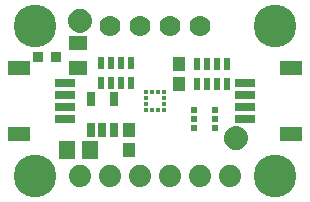
<source format=gbr>
G04 EAGLE Gerber RS-274X export*
G75*
%MOMM*%
%FSLAX34Y34*%
%LPD*%
%INSoldermask Top*%
%IPPOS*%
%AMOC8*
5,1,8,0,0,1.08239X$1,22.5*%
G01*
%ADD10R,1.341600X1.601600*%
%ADD11R,0.651600X1.301600*%
%ADD12R,1.601600X1.301600*%
%ADD13R,1.101600X1.176600*%
%ADD14R,0.551600X1.001600*%
%ADD15R,0.601600X0.601600*%
%ADD16R,0.601600X0.501600*%
%ADD17C,1.879600*%
%ADD18C,3.617600*%
%ADD19R,1.651600X0.701600*%
%ADD20R,1.901600X1.301600*%
%ADD21C,1.101600*%
%ADD22C,0.500000*%
%ADD23R,0.901600X0.901600*%
%ADD24R,0.376600X0.351600*%
%ADD25R,0.351600X0.376600*%
%ADD26C,1.778000*%


D10*
X71730Y46990D03*
X52730Y46990D03*
D11*
X73050Y64469D03*
X82550Y64469D03*
X92050Y64469D03*
X92050Y90471D03*
X73050Y90471D03*
D12*
X62230Y116500D03*
X62230Y137500D03*
D13*
X147320Y103260D03*
X147320Y120260D03*
D14*
X188260Y103260D03*
X188260Y120260D03*
X179260Y103260D03*
X171260Y103260D03*
X162260Y103260D03*
X162260Y120260D03*
X179260Y120260D03*
X171260Y120260D03*
D15*
X177910Y66160D03*
D16*
X177910Y73660D03*
D15*
X177910Y81160D03*
X159910Y81160D03*
D16*
X159910Y73660D03*
D15*
X159910Y66160D03*
D17*
X63500Y25400D03*
X88900Y25400D03*
X114300Y25400D03*
X139700Y25400D03*
X165100Y25400D03*
X190500Y25400D03*
D18*
X25400Y152400D03*
X228600Y152400D03*
D19*
X203460Y83900D03*
X203460Y93900D03*
X203460Y73900D03*
X203460Y103900D03*
D20*
X242460Y60900D03*
X242460Y116900D03*
D19*
X50540Y93900D03*
X50540Y83900D03*
X50540Y103900D03*
X50540Y73900D03*
D20*
X11540Y116900D03*
X11540Y60900D03*
D21*
X195580Y57277D03*
D22*
X195580Y64777D02*
X195399Y64775D01*
X195218Y64768D01*
X195037Y64757D01*
X194856Y64742D01*
X194676Y64722D01*
X194496Y64698D01*
X194317Y64670D01*
X194139Y64637D01*
X193962Y64600D01*
X193785Y64559D01*
X193610Y64514D01*
X193435Y64464D01*
X193262Y64410D01*
X193091Y64352D01*
X192920Y64290D01*
X192752Y64223D01*
X192585Y64153D01*
X192419Y64079D01*
X192256Y64000D01*
X192095Y63918D01*
X191935Y63832D01*
X191778Y63742D01*
X191623Y63648D01*
X191470Y63551D01*
X191320Y63449D01*
X191172Y63345D01*
X191026Y63236D01*
X190884Y63125D01*
X190744Y63009D01*
X190607Y62891D01*
X190472Y62769D01*
X190341Y62644D01*
X190213Y62516D01*
X190088Y62385D01*
X189966Y62250D01*
X189848Y62113D01*
X189732Y61973D01*
X189621Y61831D01*
X189512Y61685D01*
X189408Y61537D01*
X189306Y61387D01*
X189209Y61234D01*
X189115Y61079D01*
X189025Y60922D01*
X188939Y60762D01*
X188857Y60601D01*
X188778Y60438D01*
X188704Y60272D01*
X188634Y60105D01*
X188567Y59937D01*
X188505Y59766D01*
X188447Y59595D01*
X188393Y59422D01*
X188343Y59247D01*
X188298Y59072D01*
X188257Y58895D01*
X188220Y58718D01*
X188187Y58540D01*
X188159Y58361D01*
X188135Y58181D01*
X188115Y58001D01*
X188100Y57820D01*
X188089Y57639D01*
X188082Y57458D01*
X188080Y57277D01*
X195580Y64777D02*
X195761Y64775D01*
X195942Y64768D01*
X196123Y64757D01*
X196304Y64742D01*
X196484Y64722D01*
X196664Y64698D01*
X196843Y64670D01*
X197021Y64637D01*
X197198Y64600D01*
X197375Y64559D01*
X197550Y64514D01*
X197725Y64464D01*
X197898Y64410D01*
X198069Y64352D01*
X198240Y64290D01*
X198408Y64223D01*
X198575Y64153D01*
X198741Y64079D01*
X198904Y64000D01*
X199065Y63918D01*
X199225Y63832D01*
X199382Y63742D01*
X199537Y63648D01*
X199690Y63551D01*
X199840Y63449D01*
X199988Y63345D01*
X200134Y63236D01*
X200276Y63125D01*
X200416Y63009D01*
X200553Y62891D01*
X200688Y62769D01*
X200819Y62644D01*
X200947Y62516D01*
X201072Y62385D01*
X201194Y62250D01*
X201312Y62113D01*
X201428Y61973D01*
X201539Y61831D01*
X201648Y61685D01*
X201752Y61537D01*
X201854Y61387D01*
X201951Y61234D01*
X202045Y61079D01*
X202135Y60922D01*
X202221Y60762D01*
X202303Y60601D01*
X202382Y60438D01*
X202456Y60272D01*
X202526Y60105D01*
X202593Y59937D01*
X202655Y59766D01*
X202713Y59595D01*
X202767Y59422D01*
X202817Y59247D01*
X202862Y59072D01*
X202903Y58895D01*
X202940Y58718D01*
X202973Y58540D01*
X203001Y58361D01*
X203025Y58181D01*
X203045Y58001D01*
X203060Y57820D01*
X203071Y57639D01*
X203078Y57458D01*
X203080Y57277D01*
X203078Y57096D01*
X203071Y56915D01*
X203060Y56734D01*
X203045Y56553D01*
X203025Y56373D01*
X203001Y56193D01*
X202973Y56014D01*
X202940Y55836D01*
X202903Y55659D01*
X202862Y55482D01*
X202817Y55307D01*
X202767Y55132D01*
X202713Y54959D01*
X202655Y54788D01*
X202593Y54617D01*
X202526Y54449D01*
X202456Y54282D01*
X202382Y54116D01*
X202303Y53953D01*
X202221Y53792D01*
X202135Y53632D01*
X202045Y53475D01*
X201951Y53320D01*
X201854Y53167D01*
X201752Y53017D01*
X201648Y52869D01*
X201539Y52723D01*
X201428Y52581D01*
X201312Y52441D01*
X201194Y52304D01*
X201072Y52169D01*
X200947Y52038D01*
X200819Y51910D01*
X200688Y51785D01*
X200553Y51663D01*
X200416Y51545D01*
X200276Y51429D01*
X200134Y51318D01*
X199988Y51209D01*
X199840Y51105D01*
X199690Y51003D01*
X199537Y50906D01*
X199382Y50812D01*
X199225Y50722D01*
X199065Y50636D01*
X198904Y50554D01*
X198741Y50475D01*
X198575Y50401D01*
X198408Y50331D01*
X198240Y50264D01*
X198069Y50202D01*
X197898Y50144D01*
X197725Y50090D01*
X197550Y50040D01*
X197375Y49995D01*
X197198Y49954D01*
X197021Y49917D01*
X196843Y49884D01*
X196664Y49856D01*
X196484Y49832D01*
X196304Y49812D01*
X196123Y49797D01*
X195942Y49786D01*
X195761Y49779D01*
X195580Y49777D01*
X195399Y49779D01*
X195218Y49786D01*
X195037Y49797D01*
X194856Y49812D01*
X194676Y49832D01*
X194496Y49856D01*
X194317Y49884D01*
X194139Y49917D01*
X193962Y49954D01*
X193785Y49995D01*
X193610Y50040D01*
X193435Y50090D01*
X193262Y50144D01*
X193091Y50202D01*
X192920Y50264D01*
X192752Y50331D01*
X192585Y50401D01*
X192419Y50475D01*
X192256Y50554D01*
X192095Y50636D01*
X191935Y50722D01*
X191778Y50812D01*
X191623Y50906D01*
X191470Y51003D01*
X191320Y51105D01*
X191172Y51209D01*
X191026Y51318D01*
X190884Y51429D01*
X190744Y51545D01*
X190607Y51663D01*
X190472Y51785D01*
X190341Y51910D01*
X190213Y52038D01*
X190088Y52169D01*
X189966Y52304D01*
X189848Y52441D01*
X189732Y52581D01*
X189621Y52723D01*
X189512Y52869D01*
X189408Y53017D01*
X189306Y53167D01*
X189209Y53320D01*
X189115Y53475D01*
X189025Y53632D01*
X188939Y53792D01*
X188857Y53953D01*
X188778Y54116D01*
X188704Y54282D01*
X188634Y54449D01*
X188567Y54617D01*
X188505Y54788D01*
X188447Y54959D01*
X188393Y55132D01*
X188343Y55307D01*
X188298Y55482D01*
X188257Y55659D01*
X188220Y55836D01*
X188187Y56014D01*
X188159Y56193D01*
X188135Y56373D01*
X188115Y56553D01*
X188100Y56734D01*
X188089Y56915D01*
X188082Y57096D01*
X188080Y57277D01*
D21*
X63500Y156591D03*
D22*
X63500Y164091D02*
X63319Y164089D01*
X63138Y164082D01*
X62957Y164071D01*
X62776Y164056D01*
X62596Y164036D01*
X62416Y164012D01*
X62237Y163984D01*
X62059Y163951D01*
X61882Y163914D01*
X61705Y163873D01*
X61530Y163828D01*
X61355Y163778D01*
X61182Y163724D01*
X61011Y163666D01*
X60840Y163604D01*
X60672Y163537D01*
X60505Y163467D01*
X60339Y163393D01*
X60176Y163314D01*
X60015Y163232D01*
X59855Y163146D01*
X59698Y163056D01*
X59543Y162962D01*
X59390Y162865D01*
X59240Y162763D01*
X59092Y162659D01*
X58946Y162550D01*
X58804Y162439D01*
X58664Y162323D01*
X58527Y162205D01*
X58392Y162083D01*
X58261Y161958D01*
X58133Y161830D01*
X58008Y161699D01*
X57886Y161564D01*
X57768Y161427D01*
X57652Y161287D01*
X57541Y161145D01*
X57432Y160999D01*
X57328Y160851D01*
X57226Y160701D01*
X57129Y160548D01*
X57035Y160393D01*
X56945Y160236D01*
X56859Y160076D01*
X56777Y159915D01*
X56698Y159752D01*
X56624Y159586D01*
X56554Y159419D01*
X56487Y159251D01*
X56425Y159080D01*
X56367Y158909D01*
X56313Y158736D01*
X56263Y158561D01*
X56218Y158386D01*
X56177Y158209D01*
X56140Y158032D01*
X56107Y157854D01*
X56079Y157675D01*
X56055Y157495D01*
X56035Y157315D01*
X56020Y157134D01*
X56009Y156953D01*
X56002Y156772D01*
X56000Y156591D01*
X63500Y164091D02*
X63681Y164089D01*
X63862Y164082D01*
X64043Y164071D01*
X64224Y164056D01*
X64404Y164036D01*
X64584Y164012D01*
X64763Y163984D01*
X64941Y163951D01*
X65118Y163914D01*
X65295Y163873D01*
X65470Y163828D01*
X65645Y163778D01*
X65818Y163724D01*
X65989Y163666D01*
X66160Y163604D01*
X66328Y163537D01*
X66495Y163467D01*
X66661Y163393D01*
X66824Y163314D01*
X66985Y163232D01*
X67145Y163146D01*
X67302Y163056D01*
X67457Y162962D01*
X67610Y162865D01*
X67760Y162763D01*
X67908Y162659D01*
X68054Y162550D01*
X68196Y162439D01*
X68336Y162323D01*
X68473Y162205D01*
X68608Y162083D01*
X68739Y161958D01*
X68867Y161830D01*
X68992Y161699D01*
X69114Y161564D01*
X69232Y161427D01*
X69348Y161287D01*
X69459Y161145D01*
X69568Y160999D01*
X69672Y160851D01*
X69774Y160701D01*
X69871Y160548D01*
X69965Y160393D01*
X70055Y160236D01*
X70141Y160076D01*
X70223Y159915D01*
X70302Y159752D01*
X70376Y159586D01*
X70446Y159419D01*
X70513Y159251D01*
X70575Y159080D01*
X70633Y158909D01*
X70687Y158736D01*
X70737Y158561D01*
X70782Y158386D01*
X70823Y158209D01*
X70860Y158032D01*
X70893Y157854D01*
X70921Y157675D01*
X70945Y157495D01*
X70965Y157315D01*
X70980Y157134D01*
X70991Y156953D01*
X70998Y156772D01*
X71000Y156591D01*
X70998Y156410D01*
X70991Y156229D01*
X70980Y156048D01*
X70965Y155867D01*
X70945Y155687D01*
X70921Y155507D01*
X70893Y155328D01*
X70860Y155150D01*
X70823Y154973D01*
X70782Y154796D01*
X70737Y154621D01*
X70687Y154446D01*
X70633Y154273D01*
X70575Y154102D01*
X70513Y153931D01*
X70446Y153763D01*
X70376Y153596D01*
X70302Y153430D01*
X70223Y153267D01*
X70141Y153106D01*
X70055Y152946D01*
X69965Y152789D01*
X69871Y152634D01*
X69774Y152481D01*
X69672Y152331D01*
X69568Y152183D01*
X69459Y152037D01*
X69348Y151895D01*
X69232Y151755D01*
X69114Y151618D01*
X68992Y151483D01*
X68867Y151352D01*
X68739Y151224D01*
X68608Y151099D01*
X68473Y150977D01*
X68336Y150859D01*
X68196Y150743D01*
X68054Y150632D01*
X67908Y150523D01*
X67760Y150419D01*
X67610Y150317D01*
X67457Y150220D01*
X67302Y150126D01*
X67145Y150036D01*
X66985Y149950D01*
X66824Y149868D01*
X66661Y149789D01*
X66495Y149715D01*
X66328Y149645D01*
X66160Y149578D01*
X65989Y149516D01*
X65818Y149458D01*
X65645Y149404D01*
X65470Y149354D01*
X65295Y149309D01*
X65118Y149268D01*
X64941Y149231D01*
X64763Y149198D01*
X64584Y149170D01*
X64404Y149146D01*
X64224Y149126D01*
X64043Y149111D01*
X63862Y149100D01*
X63681Y149093D01*
X63500Y149091D01*
X63319Y149093D01*
X63138Y149100D01*
X62957Y149111D01*
X62776Y149126D01*
X62596Y149146D01*
X62416Y149170D01*
X62237Y149198D01*
X62059Y149231D01*
X61882Y149268D01*
X61705Y149309D01*
X61530Y149354D01*
X61355Y149404D01*
X61182Y149458D01*
X61011Y149516D01*
X60840Y149578D01*
X60672Y149645D01*
X60505Y149715D01*
X60339Y149789D01*
X60176Y149868D01*
X60015Y149950D01*
X59855Y150036D01*
X59698Y150126D01*
X59543Y150220D01*
X59390Y150317D01*
X59240Y150419D01*
X59092Y150523D01*
X58946Y150632D01*
X58804Y150743D01*
X58664Y150859D01*
X58527Y150977D01*
X58392Y151099D01*
X58261Y151224D01*
X58133Y151352D01*
X58008Y151483D01*
X57886Y151618D01*
X57768Y151755D01*
X57652Y151895D01*
X57541Y152037D01*
X57432Y152183D01*
X57328Y152331D01*
X57226Y152481D01*
X57129Y152634D01*
X57035Y152789D01*
X56945Y152946D01*
X56859Y153106D01*
X56777Y153267D01*
X56698Y153430D01*
X56624Y153596D01*
X56554Y153763D01*
X56487Y153931D01*
X56425Y154102D01*
X56367Y154273D01*
X56313Y154446D01*
X56263Y154621D01*
X56218Y154796D01*
X56177Y154973D01*
X56140Y155150D01*
X56107Y155328D01*
X56079Y155507D01*
X56055Y155687D01*
X56035Y155867D01*
X56020Y156048D01*
X56009Y156229D01*
X56002Y156410D01*
X56000Y156591D01*
D18*
X25400Y25400D03*
X228600Y25400D03*
D23*
X28060Y125730D03*
X43060Y125730D03*
D24*
X119500Y96400D03*
X119500Y91400D03*
X119500Y86400D03*
X119500Y81400D03*
D25*
X124500Y81400D03*
X129500Y81400D03*
D24*
X134500Y81400D03*
X134500Y86400D03*
X134500Y91400D03*
X134500Y96400D03*
D25*
X129500Y96400D03*
X124500Y96400D03*
D13*
X105410Y64380D03*
X105410Y47380D03*
D26*
X88900Y152400D03*
X114300Y152400D03*
X139700Y152400D03*
X165100Y152400D03*
D14*
X80980Y120768D03*
X80980Y103768D03*
X89980Y120768D03*
X97980Y120768D03*
X106980Y120768D03*
X106980Y103768D03*
X89980Y103768D03*
X97980Y103768D03*
M02*

</source>
